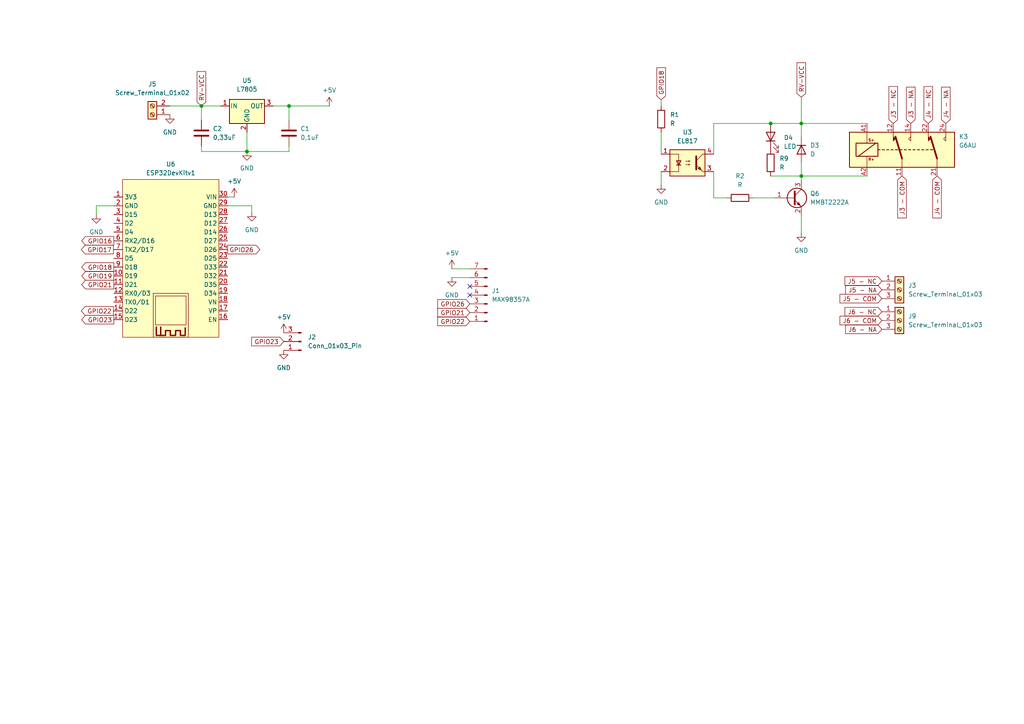
<source format=kicad_sch>
(kicad_sch (version 20250114) (generator "eeschema") (generator_version "9.0")
  (paper "A4")
  (lib_symbols
    (symbol "Connector:Conn_01x03_Pin" (pin_names (offset 1.016) (hide yes))
      (property "Reference" "J" (at 0 5.08 0))
      (property "Value" "Conn_01x03_Pin" (at 0 -5.08 0))
      (symbol "Conn_01x03_Pin_1_1"
        (rectangle (start 0.8636 2.667) (end 0 2.413) (stroke (width 0.1524)) (fill (type outline)))
        (rectangle (start 0.8636 0.127) (end 0 -0.127) (stroke (width 0.1524)) (fill (type outline)))
        (rectangle (start 0.8636 -2.413) (end 0 -2.667) (stroke (width 0.1524)) (fill (type outline)))
        (polyline (pts (xy 1.27 2.54) (xy 0.8636 2.54)) (stroke (width 0.1524)))
        (polyline (pts (xy 1.27 0) (xy 0.8636 0)) (stroke (width 0.1524)))
        (polyline (pts (xy 1.27 -2.54) (xy 0.8636 -2.54)) (stroke (width 0.1524)))
        (pin passive line (at 5.08 2.54 180) (length 3.81) (name "Pin_1") (number "1"))
        (pin passive line (at 5.08 0 180) (length 3.81) (name "Pin_2") (number "2"))
        (pin passive line (at 5.08 -2.54 180) (length 3.81) (name "Pin_3") (number "3"))
      )
    )
    (symbol "Connector:Conn_01x07_Pin" (pin_names (offset 1.016) (hide yes))
      (property "Reference" "J" (at 0 10.16 0))
      (property "Value" "Conn_01x07_Pin" (at 0 -10.16 0))
      (symbol "Conn_01x07_Pin_1_1"
        (rectangle (start 0.8636 7.747) (end 0 7.493) (stroke (width 0.1524)) (fill (type outline)))
        (rectangle (start 0.8636 5.207) (end 0 4.953) (stroke (width 0.1524)) (fill (type outline)))
        (rectangle (start 0.8636 2.667) (end 0 2.413) (stroke (width 0.1524)) (fill (type outline)))
        (rectangle (start 0.8636 0.127) (end 0 -0.127) (stroke (width 0.1524)) (fill (type outline)))
        (rectangle (start 0.8636 -2.413) (end 0 -2.667) (stroke (width 0.1524)) (fill (type outline)))
        (rectangle (start 0.8636 -4.953) (end 0 -5.207) (stroke (width 0.1524)) (fill (type outline)))
        (rectangle (start 0.8636 -7.493) (end 0 -7.747) (stroke (width 0.1524)) (fill (type outline)))
        (polyline (pts (xy 1.27 7.62) (xy 0.8636 7.62)) (stroke (width 0.1524)))
        (polyline (pts (xy 1.27 5.08) (xy 0.8636 5.08)) (stroke (width 0.1524)))
        (polyline (pts (xy 1.27 2.54) (xy 0.8636 2.54)) (stroke (width 0.1524)))
        (polyline (pts (xy 1.27 0) (xy 0.8636 0)) (stroke (width 0.1524)))
        (polyline (pts (xy 1.27 -2.54) (xy 0.8636 -2.54)) (stroke (width 0.1524)))
        (polyline (pts (xy 1.27 -5.08) (xy 0.8636 -5.08)) (stroke (width 0.1524)))
        (polyline (pts (xy 1.27 -7.62) (xy 0.8636 -7.62)) (stroke (width 0.1524)))
        (pin passive line (at 5.08 7.62 180) (length 3.81) (name "Pin_1") (number "1"))
        (pin passive line (at 5.08 5.08 180) (length 3.81) (name "Pin_2") (number "2"))
        (pin passive line (at 5.08 2.54 180) (length 3.81) (name "Pin_3") (number "3"))
        (pin passive line (at 5.08 0 180) (length 3.81) (name "Pin_4") (number "4"))
        (pin passive line (at 5.08 -2.54 180) (length 3.81) (name "Pin_5") (number "5"))
        (pin passive line (at 5.08 -5.08 180) (length 3.81) (name "Pin_6") (number "6"))
        (pin passive line (at 5.08 -7.62 180) (length 3.81) (name "Pin_7") (number "7"))
      )
    )
    (symbol "Connector:Screw_Terminal_01x02" (pin_names (offset 1.016) (hide yes))
      (property "Reference" "J" (at 0 2.54 0))
      (property "Value" "Screw_Terminal_01x02" (at 0 -5.08 0))
      (symbol "Screw_Terminal_01x02_1_1"
        (rectangle (start -1.27 1.27) (end 1.27 -3.81) (stroke (width 0.254)) (fill (type background)))
        (polyline (pts (xy -0.5334 0.3302) (xy 0.3302 -0.508)) (stroke (width 0.1524)))
        (polyline (pts (xy -0.5334 -2.2098) (xy 0.3302 -3.048)) (stroke (width 0.1524)))
        (polyline (pts (xy -0.3556 0.508) (xy 0.508 -0.3302)) (stroke (width 0.1524)))
        (polyline (pts (xy -0.3556 -2.032) (xy 0.508 -2.8702)) (stroke (width 0.1524)))
        (circle (center 0 0) (radius 0.635) (stroke (width 0.1524)))
        (circle (center 0 -2.54) (radius 0.635) (stroke (width 0.1524)))
        (pin passive line (at -5.08 0 0) (length 3.81) (name "Pin_1") (number "1"))
        (pin passive line (at -5.08 -2.54 0) (length 3.81) (name "Pin_2") (number "2"))
      )
    )
    (symbol "Connector:Screw_Terminal_01x03" (pin_names (offset 1.016) (hide yes))
      (property "Reference" "J" (at 0 5.08 0))
      (property "Value" "Screw_Terminal_01x03" (at 0 -5.08 0))
      (symbol "Screw_Terminal_01x03_1_1"
        (rectangle (start -1.27 3.81) (end 1.27 -3.81) (stroke (width 0.254)) (fill (type background)))
        (polyline (pts (xy -0.5334 2.8702) (xy 0.3302 2.032)) (stroke (width 0.1524)))
        (polyline (pts (xy -0.5334 0.3302) (xy 0.3302 -0.508)) (stroke (width 0.1524)))
        (polyline (pts (xy -0.5334 -2.2098) (xy 0.3302 -3.048)) (stroke (width 0.1524)))
        (polyline (pts (xy -0.3556 3.048) (xy 0.508 2.2098)) (stroke (width 0.1524)))
        (polyline (pts (xy -0.3556 0.508) (xy 0.508 -0.3302)) (stroke (width 0.1524)))
        (polyline (pts (xy -0.3556 -2.032) (xy 0.508 -2.8702)) (stroke (width 0.1524)))
        (circle (center 0 2.54) (radius 0.635) (stroke (width 0.1524)))
        (circle (center 0 0) (radius 0.635) (stroke (width 0.1524)))
        (circle (center 0 -2.54) (radius 0.635) (stroke (width 0.1524)))
        (pin passive line (at -5.08 2.54 0) (length 3.81) (name "Pin_1") (number "1"))
        (pin passive line (at -5.08 0 0) (length 3.81) (name "Pin_2") (number "2"))
        (pin passive line (at -5.08 -2.54 0) (length 3.81) (name "Pin_3") (number "3"))
      )
    )
    (symbol "Device:C" (pin_numbers (hide yes)) (pin_names (offset 0.254))
      (property "Reference" "C" (at 0.635 2.54 0))
      (property "Value" "C" (at 0.635 -2.54 0))
      (symbol "C_0_1"
        (polyline (pts (xy -2.032 0.762) (xy 2.032 0.762)) (stroke (width 0.508)))
        (polyline (pts (xy -2.032 -0.762) (xy 2.032 -0.762)) (stroke (width 0.508)))
      )
      (symbol "C_1_1"
        (pin passive line (at 0 3.81 270) (length 2.794) (name "~") (number "1"))
        (pin passive line (at 0 -3.81 90) (length 2.794) (name "~") (number "2"))
      )
    )
    (symbol "Device:D" (pin_numbers (hide yes)) (pin_names (offset 1.016) (hide yes))
      (property "Reference" "D" (at 0 2.54 0))
      (property "Value" "D" (at 0 -2.54 0))
      (symbol "D_0_1"
        (polyline (pts (xy -1.27 1.27) (xy -1.27 -1.27)) (stroke (width 0.254)))
        (polyline (pts (xy 1.27 1.27) (xy 1.27 -1.27) (xy -1.27 0) (xy 1.27 1.27)) (stroke (width 0.254)))
        (polyline (pts (xy 1.27 0) (xy -1.27 0)))
      )
      (symbol "D_1_1"
        (pin passive line (at -3.81 0 0) (length 2.54) (name "K") (number "1"))
        (pin passive line (at 3.81 0 180) (length 2.54) (name "A") (number "2"))
      )
    )
    (symbol "Device:R" (pin_numbers (hide yes)) (pin_names (offset 0))
      (property "Reference" "R" (at 2.032 0 90))
      (property "Value" "R" (at 0 0 90))
      (symbol "R_0_1"
        (rectangle (start -1.016 -2.54) (end 1.016 2.54) (stroke (width 0.254)))
      )
      (symbol "R_1_1"
        (pin passive line (at 0 3.81 270) (length 1.27) (name "~") (number "1"))
        (pin passive line (at 0 -3.81 90) (length 1.27) (name "~") (number "2"))
      )
    )
    (symbol "Isolator:EL817" (pin_names (offset 1.016))
      (property "Reference" "U" (at -5.08 5.08 0))
      (property "Value" "EL817" (at 0 5.08 0))
      (symbol "EL817_0_1"
        (rectangle (start -5.08 3.81) (end 5.08 -3.81) (stroke (width 0.254)) (fill (type background)))
        (polyline (pts (xy -5.08 2.54) (xy -2.54 2.54) (xy -2.54 -0.635)))
        (polyline (pts (xy -3.175 -0.635) (xy -1.905 -0.635)) (stroke (width 0.254)))
        (polyline (pts (xy -2.54 -0.635) (xy -2.54 -2.54) (xy -5.08 -2.54)))
        (polyline (pts (xy -2.54 -0.635) (xy -3.175 0.635) (xy -1.905 0.635) (xy -2.54 -0.635)) (stroke (width 0.254)))
        (polyline (pts (xy -0.508 0.508) (xy 0.762 0.508) (xy 0.381 0.381) (xy 0.381 0.635) (xy 0.762 0.508)))
        (polyline (pts (xy -0.508 -0.508) (xy 0.762 -0.508) (xy 0.381 -0.635) (xy 0.381 -0.381) (xy 0.762 -0.508)))
        (polyline (pts (xy 2.54 1.905) (xy 2.54 -1.905) (xy 2.54 -1.905)) (stroke (width 0.508)))
        (polyline (pts (xy 2.54 0.635) (xy 4.445 2.54)))
        (polyline (pts (xy 3.048 -1.651) (xy 3.556 -1.143) (xy 4.064 -2.159) (xy 3.048 -1.651) (xy 3.048 -1.651)) (fill (type outline)))
        (polyline (pts (xy 4.445 2.54) (xy 5.08 2.54)))
        (polyline (pts (xy 4.445 -2.54) (xy 2.54 -0.635)) (fill (type outline)))
        (polyline (pts (xy 4.445 -2.54) (xy 5.08 -2.54)))
      )
      (symbol "EL817_1_1"
        (pin passive line (at -7.62 2.54 0) (length 2.54) (name "~") (number "1"))
        (pin passive line (at -7.62 -2.54 0) (length 2.54) (name "~") (number "2"))
        (pin passive line (at 7.62 2.54 180) (length 2.54) (name "~") (number "4"))
        (pin passive line (at 7.62 -2.54 180) (length 2.54) (name "~") (number "3"))
      )
    )
    (symbol "LED_2" (pin_numbers (hide yes)) (pin_names (offset 1.016) (hide yes))
      (property "Reference" "D" (at 0 2.54 0))
      (property "Value" "LED" (at 0 -2.54 0))
      (symbol "LED_2_0_1"
        (polyline (pts (xy -3.048 -0.762) (xy -4.572 -2.286) (xy -3.81 -2.286) (xy -4.572 -2.286) (xy -4.572 -1.524)))
        (polyline (pts (xy -1.778 -0.762) (xy -3.302 -2.286) (xy -2.54 -2.286) (xy -3.302 -2.286) (xy -3.302 -1.524)))
        (polyline (pts (xy -1.27 0) (xy 1.27 0)))
        (polyline (pts (xy -1.27 -1.27) (xy -1.27 1.27)) (stroke (width 0.254)))
        (polyline (pts (xy 1.27 -1.27) (xy 1.27 1.27) (xy -1.27 0) (xy 1.27 -1.27)) (stroke (width 0.254)))
      )
      (symbol "LED_2_1_1"
        (pin passive line (at -3.81 0 0) (length 2.54) (name "K") (number "1"))
        (pin passive line (at 3.81 0 180) (length 2.54) (name "A") (number "2"))
      )
    )
    (symbol "MCE_Modulos:ESP32DevKitv1"
      (property "Reference" "U" (at -12.7 24.13 0))
      (property "Value" "ESP32DevKitv1" (at 0 -24.13 0))
      (symbol "ESP32DevKitv1_0_1"
        (polyline (pts (xy -5.08 -10.16) (xy 5.08 -10.16) (xy 5.08 -22.86) (xy -5.08 -22.86) (xy -5.08 -10.16)))
        (polyline (pts (xy -4.445 -10.922) (xy 4.445 -10.922) (xy 4.445 -19.304) (xy -4.445 -19.304) (xy -4.445 -10.922)))
      )
      (symbol "ESP32DevKitv1_1_1"
        (rectangle (start -13.97 22.86) (end 13.97 -22.86) (fill (type background)))
        (polyline (pts (xy -4.191 -19.939) (xy -4.191 -22.352) (xy -1.524 -22.352) (xy -1.524 -20.955) (xy -0.127 -20.955) (xy -0.127 -22.352) (xy 1.397 -22.352) (xy 1.397 -20.955) (xy 2.794 -20.955) (xy 2.794 -22.352) (xy 4.191 -22.352) (xy 4.191 -20.193)) (stroke (width 0.4)))
        (polyline (pts (xy -2.921 -19.939) (xy -2.921 -22.352)) (stroke (width 0.4)))
        (pin power_in line (at -16.51 17.78 0) (length 2.54) (name "3V3") (number "1"))
        (pin power_in line (at -16.51 15.24 0) (length 2.54) (name "GND") (number "2"))
        (pin bidirectional line (at -16.51 12.7 0) (length 2.54) (name "D15") (number "3"))
        (pin bidirectional line (at -16.51 10.16 0) (length 2.54) (name "D2") (number "4"))
        (pin bidirectional line (at -16.51 7.62 0) (length 2.54) (name "D4") (number "5"))
        (pin bidirectional line (at -16.51 5.08 0) (length 2.54) (name "RX2/D16") (number "6"))
        (pin bidirectional line (at -16.51 2.54 0) (length 2.54) (name "TX2/D17") (number "7"))
        (pin bidirectional line (at -16.51 0 0) (length 2.54) (name "D5") (number "8"))
        (pin bidirectional line (at -16.51 -2.54 0) (length 2.54) (name "D18") (number "9"))
        (pin bidirectional line (at -16.51 -5.08 0) (length 2.54) (name "D19") (number "10"))
        (pin bidirectional line (at -16.51 -7.62 0) (length 2.54) (name "D21") (number "11"))
        (pin bidirectional line (at -16.51 -10.16 0) (length 2.54) (name "RX0/D3") (number "12"))
        (pin bidirectional line (at -16.51 -12.7 0) (length 2.54) (name "TX0/D1") (number "13"))
        (pin bidirectional line (at -16.51 -15.24 0) (length 2.54) (name "D22") (number "14"))
        (pin bidirectional line (at -16.51 -17.78 0) (length 2.54) (name "D23") (number "15"))
        (pin power_in line (at 16.51 17.78 180) (length 2.54) (name "VIN") (number "30"))
        (pin power_in line (at 16.51 15.24 180) (length 2.54) (name "GND") (number "29"))
        (pin bidirectional line (at 16.51 12.7 180) (length 2.54) (name "D13") (number "28"))
        (pin bidirectional line (at 16.51 10.16 180) (length 2.54) (name "D12") (number "27"))
        (pin bidirectional line (at 16.51 7.62 180) (length 2.54) (name "D14") (number "26"))
        (pin bidirectional line (at 16.51 5.08 180) (length 2.54) (name "D27") (number "25"))
        (pin bidirectional line (at 16.51 2.54 180) (length 2.54) (name "D26") (number "24"))
        (pin bidirectional line (at 16.51 0 180) (length 2.54) (name "D25") (number "23"))
        (pin bidirectional line (at 16.51 -2.54 180) (length 2.54) (name "D33") (number "22"))
        (pin bidirectional line (at 16.51 -5.08 180) (length 2.54) (name "D32") (number "21"))
        (pin bidirectional line (at 16.51 -7.62 180) (length 2.54) (name "D35") (number "20"))
        (pin bidirectional line (at 16.51 -10.16 180) (length 2.54) (name "D34") (number "19"))
        (pin input line (at 16.51 -12.7 180) (length 2.54) (name "VN") (number "18"))
        (pin input line (at 16.51 -15.24 180) (length 2.54) (name "VP") (number "17"))
        (pin input line (at 16.51 -17.78 180) (length 2.54) (name "EN") (number "16"))
      )
    )
    (symbol "Regulator_Linear:L7805" (pin_names (offset 0.254))
      (property "Reference" "U" (at -3.81 3.175 0))
      (property "Value" "L7805" (at 0 3.175 0))
      (symbol "L7805_0_1"
        (rectangle (start -5.08 1.905) (end 5.08 -5.08) (stroke (width 0.254)) (fill (type background)))
      )
      (symbol "L7805_1_1"
        (pin power_in line (at -7.62 0 0) (length 2.54) (name "IN") (number "1"))
        (pin power_in line (at 0 -7.62 90) (length 2.54) (name "GND") (number "2"))
        (pin power_out line (at 7.62 0 180) (length 2.54) (name "OUT") (number "3"))
      )
    )
    (symbol "Relay:G6AU"
      (property "Reference" "K" (at 16.51 3.81 0))
      (property "Value" "G6AU" (at 16.51 1.27 0))
      (symbol "G6AU_0_1"
        (rectangle (start -13.335 1.905) (end -6.985 -1.905) (stroke (width 0.254)))
        (polyline (pts (xy -12.7 -1.905) (xy -7.62 1.905)) (stroke (width 0.254)))
        (polyline (pts (xy -10.16 5.08) (xy -10.16 1.905)))
        (polyline (pts (xy -10.16 -5.08) (xy -10.16 -1.905)))
        (polyline (pts (xy -6.985 0) (xy -6.35 0)) (stroke (width 0.254)))
        (polyline (pts (xy -5.715 0) (xy -5.08 0)) (stroke (width 0.254)))
        (polyline (pts (xy -4.445 0) (xy -3.81 0)) (stroke (width 0.254)))
        (polyline (pts (xy -3.175 0) (xy -2.54 0)) (stroke (width 0.254)))
        (polyline (pts (xy -2.54 5.08) (xy -2.54 2.54) (xy -1.905 3.175) (xy -2.54 3.81)) (fill (type outline)))
        (polyline (pts (xy -1.905 0) (xy -1.27 0)) (stroke (width 0.254)))
        (polyline (pts (xy -0.635 0) (xy 0 0)) (stroke (width 0.254)))
        (polyline (pts (xy 0 -2.54) (xy -1.905 3.81)) (stroke (width 0.508)))
        (polyline (pts (xy 0 -2.54) (xy 0 -5.08)))
        (polyline (pts (xy 0.635 0) (xy 1.27 0)) (stroke (width 0.254)))
        (polyline (pts (xy 1.905 0) (xy 2.54 0)) (stroke (width 0.254)))
        (polyline (pts (xy 2.54 5.08) (xy 2.54 2.54) (xy 1.905 3.175) (xy 2.54 3.81)))
        (polyline (pts (xy 3.175 0) (xy 3.81 0)) (stroke (width 0.254)))
        (polyline (pts (xy 4.445 0) (xy 5.08 0)) (stroke (width 0.254)))
        (polyline (pts (xy 5.715 0) (xy 6.35 0)) (stroke (width 0.254)))
        (polyline (pts (xy 6.985 0) (xy 7.62 0)) (stroke (width 0.254)))
        (polyline (pts (xy 7.62 5.08) (xy 7.62 2.54) (xy 8.255 3.175) (xy 7.62 3.81)) (fill (type outline)))
        (polyline (pts (xy 8.255 0) (xy 8.89 0)) (stroke (width 0.254)))
        (polyline (pts (xy 10.16 -2.54) (xy 8.255 3.81)) (stroke (width 0.508)))
        (polyline (pts (xy 10.16 -2.54) (xy 10.16 -5.08)))
        (polyline (pts (xy 12.7 5.08) (xy 12.7 2.54) (xy 12.065 3.175) (xy 12.7 3.81)))
      )
      (symbol "G6AU_1_0"
        (text "S+" (at -8.89 2.794 0) (effects (font (size 0.762 0.762))))
        (text "R+" (at -8.89 -2.794 0) (effects (font (size 0.762 0.762))))
      )
      (symbol "G6AU_1_1"
        (rectangle (start -15.24 5.08) (end 15.24 -5.08) (stroke (width 0.254)) (fill (type background)))
        (pin passive line (at -10.16 7.62 270) (length 2.54) (name "~") (number "A1"))
        (pin passive line (at -10.16 -7.62 90) (length 2.54) (name "~") (number "A2"))
        (pin passive line (at -2.54 7.62 270) (length 2.54) (name "~") (number "12"))
        (pin passive line (at 0 -7.62 90) (length 2.54) (name "~") (number "11"))
        (pin passive line (at 2.54 7.62 270) (length 2.54) (name "~") (number "14"))
        (pin passive line (at 7.62 7.62 270) (length 2.54) (name "~") (number "22"))
        (pin passive line (at 10.16 -7.62 90) (length 2.54) (name "~") (number "21"))
        (pin passive line (at 12.7 7.62 270) (length 2.54) (name "~") (number "24"))
      )
    )
    (symbol "Transistor_BJT:MMBT2222A" (pin_names (offset 0) (hide yes))
      (property "Reference" "Q" (at 5.08 1.905 0))
      (property "Value" "MMBT2222A" (at 5.08 0 0))
      (symbol "MMBT2222A_0_1"
        (polyline (pts (xy -2.54 0) (xy 0.635 0)))
        (polyline (pts (xy 0.635 1.905) (xy 0.635 -1.905)) (stroke (width 0.508)))
        (circle (center 1.27 0) (radius 2.8194) (stroke (width 0.254)))
      )
      (symbol "MMBT2222A_1_1"
        (polyline (pts (xy 0.635 0.635) (xy 2.54 2.54)))
        (polyline (pts (xy 0.635 -0.635) (xy 2.54 -2.54)))
        (polyline (pts (xy 1.27 -1.778) (xy 1.778 -1.27) (xy 2.286 -2.286) (xy 1.27 -1.778)) (fill (type outline)))
        (pin input line (at -5.08 0 0) (length 2.54) (name "B") (number "1"))
        (pin passive line (at 2.54 5.08 270) (length 2.54) (name "C") (number "3"))
        (pin passive line (at 2.54 -5.08 90) (length 2.54) (name "E") (number "2"))
      )
    )
    (symbol "power:+5V" (power) (pin_numbers (hide yes)) (pin_names (offset 0) (hide yes))
      (property "Value" "+5V" (at 0 3.556 0))
      (symbol "+5V_0_1"
        (polyline (pts (xy -0.762 1.27) (xy 0 2.54)))
        (polyline (pts (xy 0 2.54) (xy 0.762 1.27)))
        (polyline (pts (xy 0 0) (xy 0 2.54)))
      )
      (symbol "+5V_1_1"
        (pin power_in line (at 0 0 90) (length 0) (name "~") (number "1"))
      )
    )
    (symbol "power:GND" (power) (pin_numbers (hide yes)) (pin_names (offset 0) (hide yes))
      (property "Value" "GND" (at 0 -3.81 0))
      (symbol "GND_0_1"
        (polyline (pts (xy 0 0) (xy 0 -1.27) (xy 1.27 -1.27) (xy 0 -2.54) (xy -1.27 -1.27) (xy 0 -1.27)))
      )
      (symbol "GND_1_1"
        (pin power_in line (at 0 0 270) (length 0) (name "~") (number "1"))
      )
    )
  )
  (junction (at 58.42 30.734))
  (junction (at 83.82 30.734))
  (junction (at 223.52 35.814))
  (junction (at 232.41 51.054))
  (junction (at 232.41 35.814))
  (junction (at 71.628 43.942))
  (no_connect (at 136.271 85.598))
  (no_connect (at 136.271 83.058))
  (wire (pts (xy 83.82 43.942) (xy 71.628 43.942)))
  (wire (pts (xy 67.945 57.15) (xy 66.04 57.15)))
  (wire (pts (xy 251.46 35.814) (xy 232.41 35.814)))
  (wire (pts (xy 207.01 49.784) (xy 207.01 57.404)))
  (wire (pts (xy 232.41 52.324) (xy 232.41 51.054)))
  (wire (pts (xy 83.82 30.734) (xy 79.248 30.734)))
  (wire (pts (xy 83.82 30.734) (xy 83.82 34.798)))
  (wire (pts (xy 232.41 51.054) (xy 232.41 47.244)))
  (wire (pts (xy 83.82 42.418) (xy 83.82 43.942)))
  (wire (pts (xy 232.41 28.194) (xy 232.41 35.814)))
  (wire (pts (xy 58.42 30.734) (xy 58.42 34.798)))
  (wire (pts (xy 73.025 59.69) (xy 66.04 59.69)))
  (wire (pts (xy 251.46 51.054) (xy 232.41 51.054)))
  (wire (pts (xy 191.77 28.956) (xy 191.77 30.734)))
  (wire (pts (xy 95.504 30.734) (xy 83.82 30.734)))
  (wire (pts (xy 131.064 80.518) (xy 136.271 80.518)))
  (wire (pts (xy 223.52 35.814) (xy 232.41 35.814)))
  (wire (pts (xy 58.42 42.418) (xy 58.42 43.942)))
  (wire (pts (xy 207.01 57.404) (xy 210.82 57.404)))
  (wire (pts (xy 191.77 38.354) (xy 191.77 44.704)))
  (wire (pts (xy 232.41 35.814) (xy 232.41 39.624)))
  (wire (pts (xy 49.276 30.734) (xy 58.42 30.734)))
  (wire (pts (xy 27.94 62.23) (xy 27.94 59.69)))
  (wire (pts (xy 232.41 67.564) (xy 232.41 62.484)))
  (wire (pts (xy 207.01 35.814) (xy 223.52 35.814)))
  (wire (pts (xy 131.064 77.978) (xy 136.271 77.978)))
  (wire (pts (xy 58.42 43.942) (xy 71.628 43.942)))
  (wire (pts (xy 218.44 57.404) (xy 224.79 57.404)))
  (wire (pts (xy 32.893 72.39) (xy 33.02 72.39)))
  (wire (pts (xy 58.42 30.734) (xy 64.008 30.734)))
  (wire (pts (xy 71.628 38.354) (xy 71.628 43.942)))
  (wire (pts (xy 207.01 44.704) (xy 207.01 35.814)))
  (wire (pts (xy 223.52 51.054) (xy 232.41 51.054)))
  (wire (pts (xy 191.77 53.594) (xy 191.77 49.784)))
  (wire (pts (xy 32.893 90.17) (xy 33.02 90.17)))
  (wire (pts (xy 27.94 59.69) (xy 33.02 59.69)))
  (wire (pts (xy 73.025 61.595) (xy 73.025 59.69)))
  (global_label "GPIO22" (shape input) (at 136.271 93.218 180) (property "Intersheetrefs" "${INTERSHEET_REFS}" (effects (hide yes))))
  (global_label "GPIO22" (shape output) (at 32.893 90.17 180) (property "Intersheetrefs" "${INTERSHEET_REFS}" (effects (hide yes))))
  (global_label "J4 - NA" (shape input) (at 274.32 35.814 90) (property "Intersheetrefs" "${INTERSHEET_REFS}" (effects (hide yes))))
  (global_label "J6 - NC" (shape input) (at 255.778 90.424 180) (property "Intersheetrefs" "${INTERSHEET_REFS}" (effects (hide yes))))
  (global_label "J6 - NA" (shape input) (at 255.778 95.504 180) (property "Intersheetrefs" "${INTERSHEET_REFS}" (effects (hide yes))))
  (global_label "RV-VCC" (shape input) (at 232.41 28.194 90) (property "Intersheetrefs" "${INTERSHEET_REFS}" (effects (hide yes))))
  (global_label "J3 - NC" (shape input) (at 259.08 35.814 90) (property "Intersheetrefs" "${INTERSHEET_REFS}" (effects (hide yes))))
  (global_label "GPIO21" (shape input) (at 136.271 90.678 180) (property "Intersheetrefs" "${INTERSHEET_REFS}" (effects (hide yes))))
  (global_label "RV-VCC" (shape input) (at 58.42 30.734 90) (property "Intersheetrefs" "${INTERSHEET_REFS}" (effects (hide yes))))
  (global_label "J4 - NC" (shape input) (at 269.24 35.814 90) (property "Intersheetrefs" "${INTERSHEET_REFS}" (effects (hide yes))))
  (global_label "GPIO26" (shape output) (at 66.04 72.39 0) (property "Intersheetrefs" "${INTERSHEET_REFS}" (effects (hide yes))))
  (global_label "J3 - COM" (shape input) (at 261.62 51.054 270) (property "Intersheetrefs" "${INTERSHEET_REFS}" (effects (hide yes))))
  (global_label "GPIO18" (shape output) (at 33.02 77.47 180) (property "Intersheetrefs" "${INTERSHEET_REFS}" (effects (hide yes))))
  (global_label "GPIO19" (shape output) (at 33.02 80.01 180) (property "Intersheetrefs" "${INTERSHEET_REFS}" (effects (hide yes))))
  (global_label "GPIO23" (shape output) (at 33.02 92.71 180) (property "Intersheetrefs" "${INTERSHEET_REFS}" (effects (hide yes))))
  (global_label "J6 - COM" (shape input) (at 255.778 92.964 180) (property "Intersheetrefs" "${INTERSHEET_REFS}" (effects (hide yes))))
  (global_label "J5 - NA" (shape input) (at 255.778 84.074 180) (property "Intersheetrefs" "${INTERSHEET_REFS}" (effects (hide yes))))
  (global_label "GPIO18" (shape input) (at 191.77 28.956 90) (property "Intersheetrefs" "${INTERSHEET_REFS}" (effects (hide yes))))
  (global_label "GPIO16" (shape output) (at 33.02 69.85 180) (property "Intersheetrefs" "${INTERSHEET_REFS}" (effects (hide yes))))
  (global_label "GPIO26" (shape input) (at 136.271 88.138 180) (property "Intersheetrefs" "${INTERSHEET_REFS}" (effects (hide yes))))
  (global_label "J5 - COM" (shape input) (at 255.778 86.614 180) (property "Intersheetrefs" "${INTERSHEET_REFS}" (effects (hide yes))))
  (global_label "J4 - COM" (shape input) (at 271.78 51.054 270) (property "Intersheetrefs" "${INTERSHEET_REFS}" (effects (hide yes))))
  (global_label "J3 - NA" (shape input) (at 264.16 35.814 90) (property "Intersheetrefs" "${INTERSHEET_REFS}" (effects (hide yes))))
  (global_label "GPIO21" (shape output) (at 33.02 82.55 180) (property "Intersheetrefs" "${INTERSHEET_REFS}" (effects (hide yes))))
  (global_label "GPIO23" (shape input) (at 82.296 99.06 180) (property "Intersheetrefs" "${INTERSHEET_REFS}" (effects (hide yes))))
  (global_label "GPIO17" (shape output) (at 32.893 72.39 180) (property "Intersheetrefs" "${INTERSHEET_REFS}" (effects (hide yes))))
  (global_label "J5 - NC" (shape input) (at 255.778 81.534 180) (property "Intersheetrefs" "${INTERSHEET_REFS}" (effects (hide yes))))
  (symbol (lib_id "Device:R") (at 191.77 34.544 180) (unit 1)
    (property "Reference" "R1" (at 194.31 33.2739 0) (effects (justify right)))
    (property "Value" "R" (at 194.31 35.8139 0) (effects (justify right)))
    (property "Footprint" "Resistor_SMD:R_0805_2012Metric" (effects (hide yes)))
    (property "Description" "Resistor" (effects (hide yes)))
  )
  (symbol (lib_id "Relay:G6AU") (at 261.62 43.434 0) (unit 1)
    (property "Reference" "K3" (at 278.13 39.624 0) (effects (justify left)))
    (property "Value" "G6AU" (at 278.13 42.164 0) (effects (justify left)))
    (property "Footprint" "Relay_THT:Relay_DPDT_Omron_G6A" (effects (hide yes)))
    (property "Datasheet" "https://omronfs.omron.com/en_US/ecb/products/pdf/en-g6a.pdf" (effects (hide yes)))
    (property "Description" "Industry-Standard 2-pole relay, designed to switch 2A Signal Loads, Single-winding Latching" (effects (hide yes)))
  )
  (symbol (lib_id "power:+5V") (at 95.504 30.734 0) (unit 1)
    (property "Reference" "#PWR012" (effects (hide yes)))
    (property "Value" "+5V" (at 95.504 26.162 0))
    (property "Description" "Power symbol creates a global label with name \"+5V\"" (effects (hide yes)))
  )
  (symbol (lib_id "Connector:Screw_Terminal_01x03") (at 260.858 92.964 0) (unit 1)
    (property "Reference" "J9" (at 263.398 91.6939 0) (effects (justify left)))
    (property "Value" "Screw_Terminal_01x03" (at 263.398 94.2339 0) (effects (justify left)))
    (property "Footprint" "TerminalBlock:TerminalBlock_Xinya_XY308-2.54-3P_1x03_P2.54mm_Horizontal" (effects (hide yes)))
    (property "Description" "Generic screw terminal, single row, 01x03, script generated (kicad-library-utils/schlib/autogen/connector/)" (effects (hide yes)))
  )
  (symbol (lib_id "Connector:Conn_01x07_Pin") (at 141.351 85.598 180) (unit 1)
    (property "Reference" "J1" (at 142.621 84.3279 0) (effects (justify right)))
    (property "Value" "MAX98357A" (at 142.621 86.8679 0) (effects (justify right)))
    (property "Footprint" "Connector_PinHeader_2.54mm:PinHeader_1x07_P2.54mm_Vertical" (effects (hide yes)))
    (property "Description" "Generic connector, single row, 01x07, script generated" (effects (hide yes)))
  )
  (symbol (lib_id "Device:R") (at 223.52 47.244 180) (unit 1)
    (property "Reference" "R9" (at 226.06 45.9739 0) (effects (justify right)))
    (property "Value" "R" (at 226.06 48.5139 0) (effects (justify right)))
    (property "Footprint" "Resistor_SMD:R_0805_2012Metric" (effects (hide yes)))
    (property "Description" "Resistor" (effects (hide yes)))
  )
  (symbol (lib_id "Transistor_BJT:MMBT2222A") (at 229.87 57.404 0) (unit 1)
    (property "Reference" "Q6" (at 234.95 56.1339 0) (effects (justify left)))
    (property "Value" "MMBT2222A" (at 234.95 58.6739 0) (effects (justify left)))
    (property "Footprint" "Package_TO_SOT_SMD:SOT-23" (effects (hide yes)))
    (property "Datasheet" "https://assets.nexperia.com/documents/data-sheet/MMBT2222A.pdf" (effects (hide yes)))
    (property "Description" "600mA Ic, 40V Vce, NPN Transistor, SOT-23" (effects (hide yes)))
  )
  (symbol (lib_id "power:GND") (at 73.025 61.595 0) (unit 1)
    (property "Reference" "#PWR07" (effects (hide yes)))
    (property "Value" "GND" (at 73.025 66.675 0))
    (property "Description" "Power symbol creates a global label with name \"GND\" , ground" (effects (hide yes)))
  )
  (symbol (lib_name "LED_2") (lib_id "Device:LED") (at 223.52 39.624 90) (unit 1)
    (property "Reference" "D4" (at 227.33 39.9414 90) (effects (justify right)))
    (property "Value" "LED" (at 227.33 42.4814 90) (effects (justify right)))
    (property "Footprint" "LED_THT:LED_D5.0mm_Clear" (effects (hide yes)))
    (property "Description" "Light emitting diode" (effects (hide yes)))
    (property "Sim.Pins" "1=K 2=A" (effects (hide yes)))
  )
  (symbol (lib_id "power:GND") (at 131.064 80.518 0) (unit 1)
    (property "Reference" "#PWR017" (effects (hide yes)))
    (property "Value" "GND" (at 131.064 85.598 0))
    (property "Description" "Power symbol creates a global label with name \"GND\" , ground" (effects (hide yes)))
  )
  (symbol (lib_id "power:GND") (at 49.276 33.274 0) (unit 1)
    (property "Reference" "#PWR010" (effects (hide yes)))
    (property "Value" "GND" (at 49.276 38.354 0))
    (property "Description" "Power symbol creates a global label with name \"GND\" , ground" (effects (hide yes)))
  )
  (symbol (lib_id "Isolator:EL817") (at 199.39 47.244 0) (unit 1)
    (property "Reference" "U3" (at 199.39 38.354 0))
    (property "Value" "EL817" (at 199.39 40.894 0))
    (property "Footprint" "Package_DIP:DIP-4_W7.62mm" (effects (hide yes)))
    (property "Datasheet" "http://www.everlight.com/file/ProductFile/EL817.pdf" (effects (hide yes)))
    (property "Description" "DC Optocoupler, Vce 35V, DIP-4" (effects (hide yes)))
  )
  (symbol (lib_id "MCE_Modulos:ESP32DevKitv1") (at 49.53 74.93 0) (unit 1)
    (property "Reference" "U6" (at 49.53 47.625 0))
    (property "Value" "ESP32DevKitv1" (at 49.53 50.165 0))
    (property "Footprint" "RF_Module:ESP32-C3-DevKitM-1" (effects (hide yes)))
    (property "Description" "ESP32 DevKit v1" (effects (hide yes)))
  )
  (symbol (lib_id "Connector:Screw_Terminal_01x02") (at 44.196 33.274 180) (unit 1)
    (property "Reference" "J5" (at 44.196 24.384 0))
    (property "Value" "Screw_Terminal_01x02" (at 44.196 26.924 0))
    (property "Footprint" "TerminalBlock:TerminalBlock_bornier-2_P5.08mm" (effects (hide yes)))
    (property "Description" "Generic screw terminal, single row, 01x02, script generated (kicad-library-utils/schlib/autogen/connector/)" (effects (hide yes)))
  )
  (symbol (lib_id "power:GND") (at 82.296 101.6 0) (unit 1)
    (property "Reference" "#PWR013" (effects (hide yes)))
    (property "Value" "GND" (at 82.296 106.68 0))
    (property "Description" "Power symbol creates a global label with name \"GND\" , ground" (effects (hide yes)))
  )
  (symbol (lib_id "power:+5V") (at 67.945 57.15 0) (unit 1)
    (property "Reference" "#PWR06" (effects (hide yes)))
    (property "Value" "+5V" (at 67.945 52.578 0))
    (property "Description" "Power symbol creates a global label with name \"+5V\"" (effects (hide yes)))
  )
  (symbol (lib_id "Device:C") (at 83.82 38.608 0) (unit 1)
    (property "Reference" "C1" (at 87.122 37.3379 0) (effects (justify left)))
    (property "Value" "0,1uF" (at 87.122 39.8779 0) (effects (justify left)))
    (property "Footprint" "Capacitor_THT:C_Axial_L3.8mm_D2.6mm_P7.50mm_Horizontal" (effects (hide yes)))
    (property "Description" "Unpolarized capacitor" (effects (hide yes)))
  )
  (symbol (lib_id "Connector:Conn_01x03_Pin") (at 87.376 99.06 180) (unit 1)
    (property "Reference" "J2" (at 89.281 97.7899 0) (effects (justify right)))
    (property "Value" "Conn_01x03_Pin" (at 89.281 100.3299 0) (effects (justify right)))
    (property "Footprint" "Connector_PinHeader_2.54mm:PinHeader_1x03_P2.54mm_Vertical" (effects (hide yes)))
    (property "Description" "Generic connector, single row, 01x03, script generated" (effects (hide yes)))
  )
  (symbol (lib_id "power:+5V") (at 82.296 96.52 0) (unit 1)
    (property "Reference" "#PWR016" (effects (hide yes)))
    (property "Value" "+5V" (at 82.296 91.948 0))
    (property "Description" "Power symbol creates a global label with name \"+5V\"" (effects (hide yes)))
  )
  (symbol (lib_id "Connector:Screw_Terminal_01x03") (at 260.858 84.074 0) (unit 1)
    (property "Reference" "J3" (at 263.398 82.8039 0) (effects (justify left)))
    (property "Value" "Screw_Terminal_01x03" (at 263.398 85.3439 0) (effects (justify left)))
    (property "Footprint" "TerminalBlock:TerminalBlock_Xinya_XY308-2.54-3P_1x03_P2.54mm_Horizontal" (effects (hide yes)))
    (property "Description" "Generic screw terminal, single row, 01x03, script generated (kicad-library-utils/schlib/autogen/connector/)" (effects (hide yes)))
  )
  (symbol (lib_id "Device:R") (at 214.63 57.404 90) (unit 1)
    (property "Reference" "R2" (at 214.63 51.054 90))
    (property "Value" "R" (at 214.63 53.594 90))
    (property "Footprint" "Resistor_SMD:R_0805_2012Metric" (effects (hide yes)))
    (property "Description" "Resistor" (effects (hide yes)))
  )
  (symbol (lib_id "Device:C") (at 58.42 38.608 0) (unit 1)
    (property "Reference" "C2" (at 61.722 37.3379 0) (effects (justify left)))
    (property "Value" "0,33uF" (at 61.722 39.8779 0) (effects (justify left)))
    (property "Footprint" "Capacitor_THT:C_Axial_L3.8mm_D2.6mm_P7.50mm_Horizontal" (effects (hide yes)))
    (property "Description" "Unpolarized capacitor" (effects (hide yes)))
  )
  (symbol (lib_id "power:+5V") (at 131.064 77.978 0) (unit 1)
    (property "Reference" "#PWR018" (effects (hide yes)))
    (property "Value" "+5V" (at 131.064 73.406 0))
    (property "Description" "Power symbol creates a global label with name \"+5V\"" (effects (hide yes)))
  )
  (symbol (lib_id "Device:D") (at 232.41 43.434 270) (unit 1)
    (property "Reference" "D3" (at 234.95 42.1639 90) (effects (justify left)))
    (property "Value" "D" (at 234.95 44.7039 90) (effects (justify left)))
    (property "Footprint" "Diode_SMD:D_SMA" (effects (hide yes)))
    (property "Description" "Diode" (effects (hide yes)))
    (property "Sim.Device" "D" (effects (hide yes)))
    (property "Sim.Pins" "1=K 2=A" (effects (hide yes)))
  )
  (symbol (lib_id "power:GND") (at 191.77 53.594 0) (unit 1)
    (property "Reference" "#PWR014" (effects (hide yes)))
    (property "Value" "GND" (at 191.77 58.674 0))
    (property "Description" "Power symbol creates a global label with name \"GND\" , ground" (effects (hide yes)))
  )
  (symbol (lib_id "power:GND") (at 27.94 62.23 0) (unit 1)
    (property "Reference" "#PWR05" (effects (hide yes)))
    (property "Value" "GND" (at 27.94 67.31 0))
    (property "Description" "Power symbol creates a global label with name \"GND\" , ground" (effects (hide yes)))
  )
  (symbol (lib_id "power:GND") (at 232.41 67.564 0) (unit 1)
    (property "Reference" "#PWR01" (effects (hide yes)))
    (property "Value" "GND" (at 232.41 72.644 0))
    (property "Description" "Power symbol creates a global label with name \"GND\" , ground" (effects (hide yes)))
  )
  (symbol (lib_id "power:GND") (at 71.628 43.942 0) (unit 1)
    (property "Reference" "#PWR09" (effects (hide yes)))
    (property "Value" "GND" (at 71.628 48.768 0))
    (property "Description" "Power symbol creates a global label with name \"GND\" , ground" (effects (hide yes)))
  )
  (symbol (lib_id "Regulator_Linear:L7805") (at 71.628 30.734 0) (unit 1)
    (property "Reference" "U5" (at 71.628 23.368 0))
    (property "Value" "L7805" (at 71.628 25.908 0))
    (property "Footprint" "MacroLib:TO-220-3_Vertical" (effects (hide yes)))
    (property "Datasheet" "http://www.st.com/content/ccc/resource/technical/document/datasheet/41/4f/b3/b0/12/d4/47/88/CD00000444.pdf/files/CD00000444.pdf/jcr:content/translations/en.CD00000444.pdf" (effects (hide yes)))
    (property "Description" "Positive 1.5A 35V Linear Regulator, Fixed Output 5V, TO-220/TO-263/TO-252" (effects (hide yes)))
  )
)
</source>
